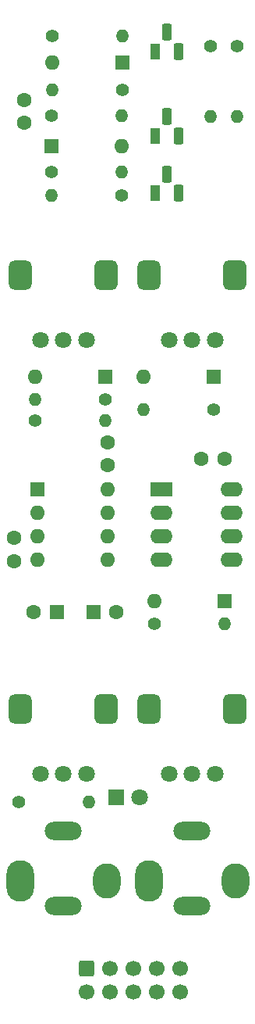
<source format=gts>
%TF.GenerationSoftware,KiCad,Pcbnew,(6.0.1)*%
%TF.CreationDate,2022-11-05T20:29:03-04:00*%
%TF.ProjectId,ER-ADSR-555-01,45522d41-4453-4522-9d35-35352d30312e,rev?*%
%TF.SameCoordinates,Original*%
%TF.FileFunction,Soldermask,Top*%
%TF.FilePolarity,Negative*%
%FSLAX46Y46*%
G04 Gerber Fmt 4.6, Leading zero omitted, Abs format (unit mm)*
G04 Created by KiCad (PCBNEW (6.0.1)) date 2022-11-05 20:29:03*
%MOMM*%
%LPD*%
G01*
G04 APERTURE LIST*
G04 Aperture macros list*
%AMRoundRect*
0 Rectangle with rounded corners*
0 $1 Rounding radius*
0 $2 $3 $4 $5 $6 $7 $8 $9 X,Y pos of 4 corners*
0 Add a 4 corners polygon primitive as box body*
4,1,4,$2,$3,$4,$5,$6,$7,$8,$9,$2,$3,0*
0 Add four circle primitives for the rounded corners*
1,1,$1+$1,$2,$3*
1,1,$1+$1,$4,$5*
1,1,$1+$1,$6,$7*
1,1,$1+$1,$8,$9*
0 Add four rect primitives between the rounded corners*
20,1,$1+$1,$2,$3,$4,$5,0*
20,1,$1+$1,$4,$5,$6,$7,0*
20,1,$1+$1,$6,$7,$8,$9,0*
20,1,$1+$1,$8,$9,$2,$3,0*%
G04 Aperture macros list end*
%ADD10C,1.600000*%
%ADD11R,1.100000X1.800000*%
%ADD12RoundRect,0.275000X-0.275000X-0.625000X0.275000X-0.625000X0.275000X0.625000X-0.275000X0.625000X0*%
%ADD13C,1.800000*%
%ADD14R,1.800000X1.800000*%
%ADD15R,1.600000X1.600000*%
%ADD16O,1.600000X1.600000*%
%ADD17RoundRect,0.625000X0.625000X-0.975000X0.625000X0.975000X-0.625000X0.975000X-0.625000X-0.975000X0*%
%ADD18RoundRect,0.578704X0.671296X-1.021296X0.671296X1.021296X-0.671296X1.021296X-0.671296X-1.021296X0*%
%ADD19C,1.400000*%
%ADD20O,1.400000X1.400000*%
%ADD21O,3.000000X3.800000*%
%ADD22O,3.000000X4.500000*%
%ADD23O,4.000000X2.000000*%
%ADD24R,2.400000X1.600000*%
%ADD25O,2.400000X1.600000*%
%ADD26RoundRect,0.250000X-0.600000X0.600000X-0.600000X-0.600000X0.600000X-0.600000X0.600000X0.600000X0*%
%ADD27C,1.700000*%
G04 APERTURE END LIST*
D10*
%TO.C,C6*%
X1651000Y-59924010D03*
X1651000Y-57424010D03*
%TD*%
%TO.C,C5*%
X21991000Y-48895000D03*
X24491000Y-48895000D03*
%TD*%
%TO.C,C4*%
X11836400Y-49560790D03*
X11836400Y-47060790D03*
%TD*%
D11*
%TO.C,Q1*%
X17018000Y-4729999D03*
D12*
X18288000Y-2659999D03*
X19558000Y-4729999D03*
%TD*%
D11*
%TO.C,Q2*%
X17018000Y-13874000D03*
D12*
X18288000Y-11804000D03*
X19558000Y-13874000D03*
%TD*%
D11*
%TO.C,Q3*%
X17018000Y-20097000D03*
D12*
X18288000Y-18027000D03*
X19558000Y-20097000D03*
%TD*%
D13*
%TO.C,DS1*%
X15265000Y-85500000D03*
D14*
X12725000Y-85500000D03*
%TD*%
D15*
%TO.C,D5*%
X23310000Y-40000000D03*
D16*
X15690000Y-40000000D03*
%TD*%
D17*
%TO.C,RV3*%
X2350000Y-76000000D03*
D18*
X11650000Y-76000000D03*
D13*
X9500000Y-83000000D03*
X7000000Y-83000000D03*
X4500000Y-83000000D03*
%TD*%
D19*
%TO.C,R3*%
X25908000Y-4190000D03*
D20*
X25908000Y-11810000D03*
%TD*%
D15*
%TO.C,D4*%
X11560000Y-40000000D03*
D16*
X3940000Y-40000000D03*
%TD*%
D10*
%TO.C,C1*%
X2750000Y-10000000D03*
X2750000Y-12500000D03*
%TD*%
D20*
%TO.C,R7*%
X5690000Y-20320000D03*
D19*
X13310000Y-20320000D03*
%TD*%
%TO.C,R9*%
X23310000Y-43500000D03*
D20*
X15690000Y-43500000D03*
%TD*%
D17*
%TO.C,RV2*%
X16350000Y-29000000D03*
D18*
X25650000Y-29000000D03*
D13*
X23500000Y-36000000D03*
X21000000Y-36000000D03*
X18500000Y-36000000D03*
%TD*%
D15*
%TO.C,C2*%
X10294888Y-65500000D03*
D10*
X12794888Y-65500000D03*
%TD*%
D19*
%TO.C,R11*%
X16940000Y-66750000D03*
D20*
X24560000Y-66750000D03*
%TD*%
D18*
%TO.C,RV1*%
X11650000Y-29000000D03*
D17*
X2350000Y-29000000D03*
D13*
X9500000Y-36000000D03*
X7000000Y-36000000D03*
X4500000Y-36000000D03*
%TD*%
D15*
%TO.C,D3*%
X24560000Y-64250000D03*
D16*
X16940000Y-64250000D03*
%TD*%
D21*
%TO.C,J3*%
X25700000Y-94580000D03*
D22*
X16300000Y-94580000D03*
D23*
X21000000Y-89180000D03*
X21000000Y-97280000D03*
%TD*%
D19*
%TO.C,R1*%
X5842000Y-3088000D03*
D20*
X13462000Y-3088000D03*
%TD*%
%TO.C,R4*%
X5842000Y-8890000D03*
D19*
X13462000Y-8890000D03*
%TD*%
D24*
%TO.C,U2*%
X17675000Y-52200000D03*
D25*
X17675000Y-54740000D03*
X17675000Y-57280000D03*
X17675000Y-59820000D03*
X25295000Y-59820000D03*
X25295000Y-57280000D03*
X25295000Y-54740000D03*
X25295000Y-52200000D03*
%TD*%
D15*
%TO.C,D2*%
X5690000Y-14986000D03*
D16*
X13310000Y-14986000D03*
%TD*%
D15*
%TO.C,C3*%
X6285113Y-65500000D03*
D10*
X3785113Y-65500000D03*
%TD*%
D19*
%TO.C,R2*%
X23000000Y-4190000D03*
D20*
X23000000Y-11810000D03*
%TD*%
D21*
%TO.C,J2*%
X11700000Y-94600000D03*
D22*
X2300000Y-94600000D03*
D23*
X7000000Y-89200000D03*
X7000000Y-97300000D03*
%TD*%
D20*
%TO.C,R10*%
X11560000Y-44704000D03*
D19*
X3940000Y-44704000D03*
%TD*%
%TO.C,R12*%
X2190000Y-86000000D03*
D20*
X9810000Y-86000000D03*
%TD*%
D15*
%TO.C,D1*%
X13462000Y-5943600D03*
D16*
X5842000Y-5943600D03*
%TD*%
%TO.C,U1*%
X11820000Y-52200000D03*
X11820000Y-54740000D03*
X11820000Y-57280000D03*
X11820000Y-59820000D03*
X4200000Y-59820000D03*
X4200000Y-57280000D03*
X4200000Y-54740000D03*
D15*
X4200000Y-52200000D03*
%TD*%
D19*
%TO.C,R8*%
X11560000Y-42418000D03*
D20*
X3940000Y-42418000D03*
%TD*%
D18*
%TO.C,RV4*%
X25650000Y-76000000D03*
D17*
X16350000Y-76000000D03*
D13*
X23500000Y-83000000D03*
X21000000Y-83000000D03*
X18500000Y-83000000D03*
%TD*%
D20*
%TO.C,R5*%
X13310000Y-11684000D03*
D19*
X5690000Y-11684000D03*
%TD*%
D20*
%TO.C,R6*%
X13310000Y-17780000D03*
D19*
X5690000Y-17780000D03*
%TD*%
D26*
%TO.C,J1*%
X9499600Y-104047900D03*
D27*
X9499600Y-106587900D03*
X12039600Y-104047900D03*
X12039600Y-106587900D03*
X14579600Y-104047900D03*
X14579600Y-106587900D03*
X17119600Y-104047900D03*
X17119600Y-106587900D03*
X19659600Y-104047900D03*
X19659600Y-106587900D03*
%TD*%
M02*

</source>
